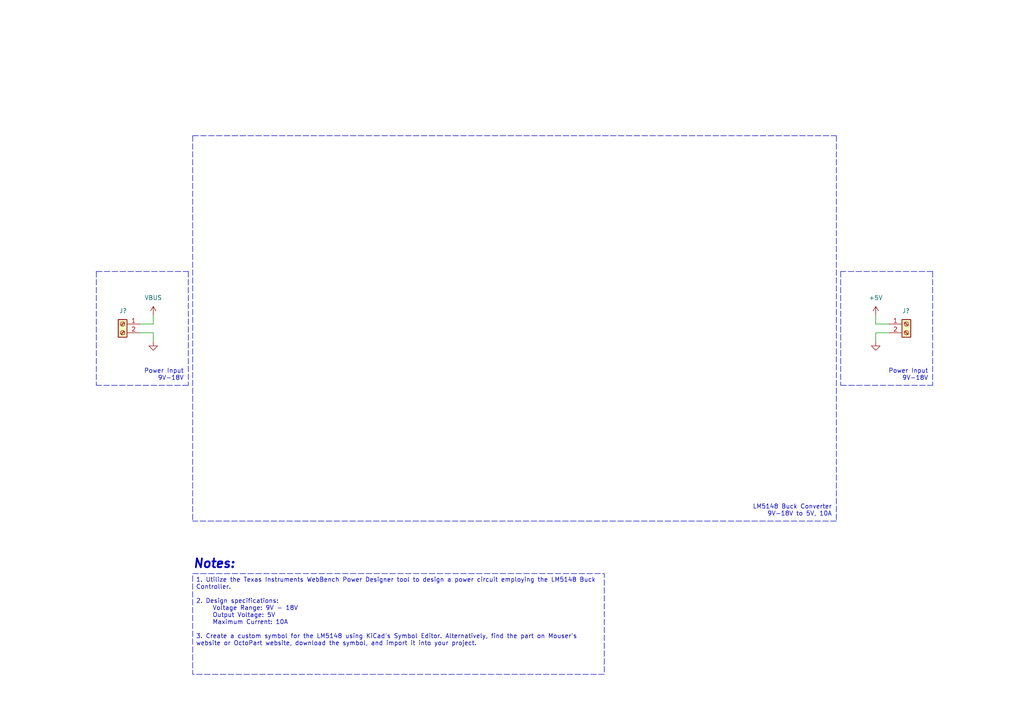
<source format=kicad_sch>
(kicad_sch (version 20230121) (generator eeschema)
  (paper "A4")
  (title_block (title "Lab 6: Designing a Buck Converter Circuit"))
  (lib_symbols
    (symbol "Connector:Screw_Terminal_01x02" (pin_names (offset 1.016) hide)
      (property "Reference" "J" (at 0 2.54 0))
      (property "Value" "Screw_Terminal_01x02" (at 0 -5.08 0))
      (symbol "Screw_Terminal_01x02_1_1"
        (rectangle (start -1.27 1.27) (end 1.27 -3.81) (stroke (width 0.254)) (fill (type background)))
        (circle (center 0 -2.54) (radius 0.635) (stroke (width 0.1524)))
        (polyline (pts (xy -0.5334 -2.2098) (xy 0.3302 -3.048)) (stroke (width 0.1524)))
        (polyline (pts (xy -0.5334 0.3302) (xy 0.3302 -0.508)) (stroke (width 0.1524)))
        (polyline (pts (xy -0.3556 -2.032) (xy 0.508 -2.8702)) (stroke (width 0.1524)))
        (polyline (pts (xy -0.3556 0.508) (xy 0.508 -0.3302)) (stroke (width 0.1524)))
        (circle (center 0 0) (radius 0.635) (stroke (width 0.1524)))
        (pin passive line (at -5.08 0 0) (length 3.81) (name "Pin_1") (number "1"))
        (pin passive line (at -5.08 -2.54 0) (length 3.81) (name "Pin_2") (number "2"))
      )
    )
    (symbol "power:+5V" (power) (pin_names (offset 0))
      (property "Value" "+5V" (at 0 3.556 0))
      (symbol "+5V_0_1"
        (polyline (pts (xy -0.762 1.27) (xy 0 2.54)))
        (polyline (pts (xy 0 0) (xy 0 2.54)))
        (polyline (pts (xy 0 2.54) (xy 0.762 1.27)))
      )
      (symbol "+5V_1_1"
        (pin power_in line (at 0 0 90) (length 0) hide (name "+5V") (number "1"))
      )
    )
    (symbol "power:GND" (power) (pin_names (offset 0))
      (property "Value" "GND" (at 0 -3.81 0))
      (symbol "GND_0_1"
        (polyline (pts (xy 0 0) (xy 0 -1.27) (xy 1.27 -1.27) (xy 0 -2.54) (xy -1.27 -1.27) (xy 0 -1.27)))
      )
      (symbol "GND_1_1"
        (pin power_in line (at 0 0 270) (length 0) hide (name "GND") (number "1"))
      )
    )
    (symbol "power:VBUS" (power) (pin_names (offset 0))
      (property "Value" "VBUS" (at 0 3.81 0))
      (symbol "VBUS_0_1"
        (polyline (pts (xy -0.762 1.27) (xy 0 2.54)))
        (polyline (pts (xy 0 0) (xy 0 2.54)))
        (polyline (pts (xy 0 2.54) (xy 0.762 1.27)))
      )
      (symbol "VBUS_1_1"
        (pin power_in line (at 0 0 90) (length 0) hide (name "VBUS") (number "1"))
      )
    )
  )
  (polyline (pts (xy 242.57 39.37) (xy 242.57 151.13)) (stroke (width 0) (type dash)))
  (wire (pts (xy 254 96.52) (xy 254 99.06)))
  (polyline (pts (xy 270.51 78.74) (xy 243.84 78.74)) (stroke (width 0) (type dash)))
  (polyline (pts (xy 270.51 78.74) (xy 270.51 111.76)) (stroke (width 0) (type dash)))
  (polyline (pts (xy 55.88 39.37) (xy 55.88 151.13)) (stroke (width 0) (type dash)))
  (wire (pts (xy 257.81 96.52) (xy 254 96.52)))
  (polyline (pts (xy 27.94 78.74) (xy 54.61 78.74)) (stroke (width 0) (type dash)))
  (polyline (pts (xy 243.84 111.76) (xy 270.51 111.76)) (stroke (width 0) (type dash)))
  (polyline (pts (xy 55.88 39.37) (xy 242.57 39.37)) (stroke (width 0) (type dash)))
  (polyline (pts (xy 54.61 111.76) (xy 27.94 111.76)) (stroke (width 0) (type dash)))
  (polyline (pts (xy 243.84 78.74) (xy 243.84 111.76)) (stroke (width 0) (type dash)))
  (wire (pts (xy 44.45 96.52) (xy 44.45 99.06)))
  (polyline (pts (xy 242.57 151.13) (xy 55.88 151.13)) (stroke (width 0) (type dash)))
  (wire (pts (xy 40.64 96.52) (xy 44.45 96.52)))
  (polyline (pts (xy 27.94 78.74) (xy 27.94 111.76)) (stroke (width 0) (type dash)))
  (wire (pts (xy 254 93.98) (xy 257.81 93.98)))
  (polyline (pts (xy 54.61 78.74) (xy 54.61 111.76)) (stroke (width 0) (type dash)))
  (wire (pts (xy 44.45 93.98) (xy 40.64 93.98)))
  (wire (pts (xy 254 91.44) (xy 254 93.98)))
  (wire (pts (xy 44.45 91.44) (xy 44.45 93.98)))
  (text_box "1. Utilize the Texas Instruments WebBench Power Designer tool to design a power circuit employing the LM5148 Buck Controller.\n\n2. Design specifications:\n	Voltage Range: 9V - 18V\n	Output Voltage: 5V\n	Maximum Current: 10A\n\n3. Create a custom symbol for the LM5148 using KiCad's Symbol Editor. Alternatively, find the part on Mouser's website or OctoPart website, download the symbol, and import it into your project." (at 55.88 166.37 0) (size 119.38 29.21) (stroke (width 0) (type dash)) (effects (font (size 1.27 1.27)) (justify left top)))
  (text "Notes:" (at 55.88 165.1 0) (effects (font (size 2.54 2.54) (thickness 0.508) bold italic) (justify left bottom)))
  (text "Power Input\n9V-18V" (at 53.34 110.49 0) (effects (font (size 1.27 1.27)) (justify right bottom)))
  (text "Power Input\n9V-18V" (at 269.24 110.49 0) (effects (font (size 1.27 1.27)) (justify right bottom)))
  (text "LM5148 Buck Converter\n9V-18V to 5V, 10A" (at 241.3 149.86 0) (effects (font (size 1.27 1.27)) (justify right bottom)))
  (symbol (lib_id "power:GND") (at 44.45 99.06 0) (unit 1)
    (property "Reference" "#PWR02" (effects hide))
    (property "Value" "GND" (effects hide))
  )
  (symbol (lib_id "power:+5V") (at 254 91.44 0) (unit 1)
    (property "Reference" "#PWR03" (effects hide))
    (property "Value" "+5V" (at 254 86.36 0))
  )
  (symbol (lib_id "Connector:Screw_Terminal_01x02") (at 262.89 93.98 0) (unit 1)
    (property "Reference" "J?" (at 261.62 90.17 0) (effects (justify left)))
    (property "Value" "Screw_Terminal_01x02" (effects hide))
  )
  (symbol (lib_id "Connector:Screw_Terminal_01x02") (at 35.56 93.98 0) (mirror y) (unit 1)
    (property "Reference" "J?" (at 36.83 90.17 0) (effects (justify left)))
    (property "Value" "Screw_Terminal_01x02" (effects hide))
  )
  (symbol (lib_id "power:VBUS") (at 44.45 91.44 0) (unit 1)
    (property "Reference" "#PWR01" (effects hide))
    (property "Value" "VBUS" (at 44.45 86.36 0))
  )
  (symbol (lib_id "power:GND") (at 254 99.06 0) (mirror y) (unit 1)
    (property "Reference" "#PWR04" (effects hide))
    (property "Value" "GND" (effects hide))
  )
)
</source>
